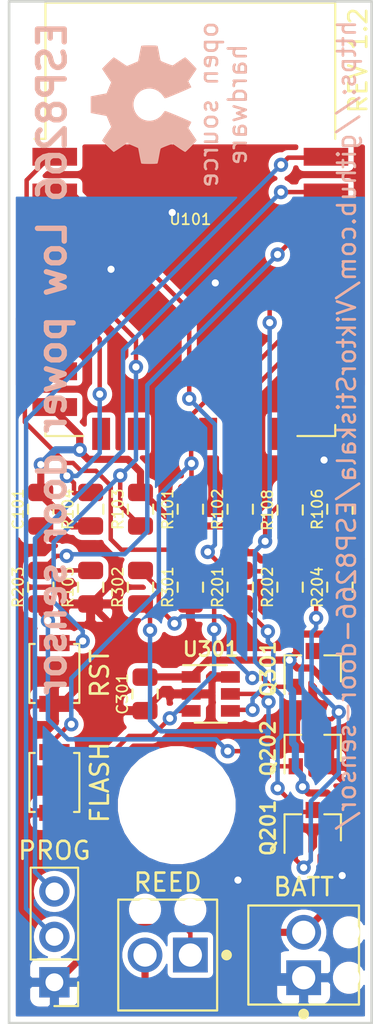
<source format=kicad_pcb>
(kicad_pcb (version 20171130) (host pcbnew "(5.1.2-1)-1")
  (title_block (title "Door sensor") (date 2019-04-28) (rev 1.2))
  (layers (0 F.Cu signal) (31 B.Cu signal) (34 B.Paste user) (35 F.Paste user) (36 B.SilkS user) (37 F.SilkS user) (38 B.Mask user) (39 F.Mask user) (44 Edge.Cuts user))
  (net 0 "")
  (net 1 +3V3)
  (net 2 GND)
  (net 3 /TX)
  (net 4 /RX)
  (net 5 "Net-(Q201-Pad1)")
  (net 6 "Net-(Q201-Pad3)")
  (net 7 "Net-(Q202-Pad1)")
  (net 8 /GP0)
  (net 9 /GP2)
  (net 10 /RST)
  (net 11 /EN)
  (net 12 /EN_BAT)
  (net 13 /MSW)
  (net 14 /ADC)
  (net 15 /GP_TIMER)
  (net 16 VLOAD)
  (net 17 "Net-(Q301-Pad1)")
  (net 18 "Net-(R106-Pad2)")
  (net 19 "Net-(R302-Pad2)")
  (module Package_TO_SOT_SMD:SOT-23 (layer F.Cu) (at 148.59 98.298 90)
    (fp_text reference Q301 (at 0 -2.5 90) (layer F.SilkS) (effects (font (size 0.8 0.8))))
    (fp_text value IRLML6402)
    (pad 1 smd rect (at -1 -0.95 90) (size 0.9 0.8) (layers F.Cu F.Paste F.Mask) (net 17 "Net-(Q301-Pad1)"))
    (pad 2 smd rect (at -1 0.95 90) (size 0.9 0.8) (layers F.Cu F.Paste F.Mask) (net 1 +3V3))
    (pad 3 smd rect (at 1 0 90) (size 0.9 0.8) (layers F.Cu F.Paste F.Mask) (net 16 VLOAD))
  )
  (module ViktorStiskala:M6_Hole (layer F.Cu) (at 140.97 105.918)
    (fp_text reference REF** hide)
    (fp_text value M6_Hole hide)
    (pad "" np_thru_hole circle (at 0 0) (size 6 6) (drill 6) (layers *.Cu *.Mask))
  )
  (module Resistor_SMD:R_0805_2012Metric (layer F.Cu) (at 150.114 89.365 90)
    (fp_text reference R106 (at 0 -1.27 90) (layer F.SilkS) (effects (font (size 0.6 0.6) (thickness 0.1))))
    (fp_text value 10K)
    (pad 2 smd roundrect (at 0.9375 0 90) (size 0.975 1.4) (layers F.Cu F.Paste F.Mask) (net 18 "Net-(R106-Pad2)"))
    (pad 1 smd roundrect (at -0.9375 0 90) (size 0.975 1.4) (layers F.Cu F.Paste F.Mask) (net 2 GND))
  )
  (module Resistor_SMD:R_0805_2012Metric (layer F.Cu) (at 144.526 89.365 90)
    (fp_text reference R102 (at 0 -1.27 90) (layer F.SilkS) (effects (font (size 0.6 0.6) (thickness 0.1))))
    (fp_text value 10K)
    (pad 2 smd roundrect (at 0.9375 0 90) (size 0.975 1.4) (layers F.Cu F.Paste F.Mask) (net 9 /GP2))
    (pad 1 smd roundrect (at -0.9375 0 90) (size 0.975 1.4) (layers F.Cu F.Paste F.Mask) (net 16 VLOAD))
  )
  (module ViktorStiskala:PH_MPT_0,5_2-2,54 (layer F.Cu) (at 148.082 114.3 90)
    (fp_text reference J102 hide)
    (fp_text value "Battery input" hide)
    (pad "" np_thru_hole circle (at 1.27 2.54 90) (size 1.2 1.2) (drill 1.2) (layers *.Cu *.Mask))
    (pad "" np_thru_hole circle (at -1.27 2.54 90) (size 1.2 1.2) (drill 1.2) (layers *.Cu *.Mask))
    (pad 2 thru_hole circle (at 1.27 0 90) (size 1.95 1.95) (drill 1.3) (layers *.Cu *.Mask) (net 1 +3V3))
    (pad 1 thru_hole rect (at -1.27 0 90) (size 1.95 1.95) (drill 1.3) (layers *.Cu *.Mask) (net 2 GND))
  )
  (module ViktorStiskala:PH_MPT_0,5_2-2,54 (layer F.Cu) (at 140.462 114.3 180)
    (fp_text reference SW103 hide)
    (fp_text value SW_Reed hide)
    (pad "" np_thru_hole circle (at 1.27 2.54 180) (size 1.2 1.2) (drill 1.2) (layers *.Cu *.Mask))
    (pad "" np_thru_hole circle (at -1.27 2.54 180) (size 1.2 1.2) (drill 1.2) (layers *.Cu *.Mask))
    (pad 2 thru_hole circle (at 1.27 0 180) (size 1.95 1.95) (drill 1.3) (layers *.Cu *.Mask) (net 1 +3V3))
    (pad 1 thru_hole rect (at -1.27 0 180) (size 1.95 1.95) (drill 1.3) (layers *.Cu *.Mask) (net 13 /MSW))
  )
  (module Connector_PinHeader_2.54mm:PinHeader_1x03_P2.54mm_Vertical (layer F.Cu) (at 134.112 115.824 180)
    (fp_text reference J101 hide)
    (fp_text value Programming)
    (pad 1 thru_hole rect (at 0 0 180) (size 1.7 1.7) (drill 1) (layers *.Cu *.Mask) (net 2 GND))
    (pad 2 thru_hole oval (at 0 2.54 180) (size 1.7 1.7) (drill 1) (layers *.Cu *.Mask) (net 3 /TX))
    (pad 3 thru_hole oval (at 0 5.08 180) (size 1.7 1.7) (drill 1) (layers *.Cu *.Mask) (net 4 /RX))
  )
  (module Package_TO_SOT_SMD:SOT-23 (layer F.Cu) (at 148.59 107.188 90)
    (fp_text reference Q201 (at 0 -2.5 90) (layer F.SilkS) (effects (font (size 0.8 0.8))))
    (fp_text value BSS83P)
    (pad 1 smd rect (at -1 -0.95 90) (size 0.9 0.8) (layers F.Cu F.Paste F.Mask) (net 5 "Net-(Q201-Pad1)"))
    (pad 2 smd rect (at -1 0.95 90) (size 0.9 0.8) (layers F.Cu F.Paste F.Mask) (net 1 +3V3))
    (pad 3 smd rect (at 1 0 90) (size 0.9 0.8) (layers F.Cu F.Paste F.Mask) (net 6 "Net-(Q201-Pad3)"))
  )
  (module Package_TO_SOT_SMD:SOT-23 (layer F.Cu) (at 148.59 102.743 90)
    (fp_text reference Q202 (at 0 -2.5 90) (layer F.SilkS) (effects (font (size 0.8 0.8))))
    (fp_text value BC817)
    (pad 3 smd rect (at 1 0 90) (size 0.9 0.8) (layers F.Cu F.Paste F.Mask) (net 5 "Net-(Q201-Pad1)"))
    (pad 2 smd rect (at -1 0.95 90) (size 0.9 0.8) (layers F.Cu F.Paste F.Mask) (net 2 GND))
    (pad 1 smd rect (at -1 -0.95 90) (size 0.9 0.8) (layers F.Cu F.Paste F.Mask) (net 7 "Net-(Q202-Pad1)"))
  )
  (module Resistor_SMD:R_0805_2012Metric (layer F.Cu) (at 141.732 89.365 90)
    (fp_text reference R101 (at 0 -1.27 90) (layer F.SilkS) (effects (font (size 0.6 0.6) (thickness 0.1))))
    (fp_text value 10K)
    (pad 1 smd roundrect (at -0.9375 0 90) (size 0.975 1.4) (layers F.Cu F.Paste F.Mask) (net 16 VLOAD))
    (pad 2 smd roundrect (at 0.9375 0 90) (size 0.975 1.4) (layers F.Cu F.Paste F.Mask) (net 8 /GP0))
  )
  (module Resistor_SMD:R_0805_2012Metric (layer F.Cu) (at 138.938 89.365 270)
    (fp_text reference R103 (at 0 1.27 270) (layer F.SilkS) (effects (font (size 0.6 0.6) (thickness 0.1))))
    (fp_text value 10K)
    (pad 1 smd roundrect (at -0.9375 0 270) (size 0.975 1.4) (layers F.Cu F.Paste F.Mask) (net 16 VLOAD))
    (pad 2 smd roundrect (at 0.9375 0 270) (size 0.975 1.4) (layers F.Cu F.Paste F.Mask) (net 10 /RST))
  )
  (module Resistor_SMD:R_0805_2012Metric (layer F.Cu) (at 136.144 89.365 90)
    (fp_text reference R104 (at 0 -1.27 90) (layer F.SilkS) (effects (font (size 0.6 0.6) (thickness 0.1))))
    (fp_text value 10K)
    (pad 2 smd roundrect (at 0.9375 0 90) (size 0.975 1.4) (layers F.Cu F.Paste F.Mask) (net 11 /EN))
    (pad 1 smd roundrect (at -0.9375 0 90) (size 0.975 1.4) (layers F.Cu F.Paste F.Mask) (net 16 VLOAD))
  )
  (module Resistor_SMD:R_0805_2012Metric (layer F.Cu) (at 136.144 93.726 90)
    (fp_text reference R105 (at 0 -1.27 90) (layer F.SilkS) (effects (font (size 0.6 0.6) (thickness 0.1))))
    (fp_text value 10K)
    (pad 1 smd roundrect (at -0.9375 0 90) (size 0.975 1.4) (layers F.Cu F.Paste F.Mask) (net 2 GND))
    (pad 2 smd roundrect (at 0.9375 0 90) (size 0.975 1.4) (layers F.Cu F.Paste F.Mask) (net 12 /EN_BAT))
  )
  (module Resistor_SMD:R_0805_2012Metric (layer F.Cu) (at 144.526 93.726 90)
    (fp_text reference R201 (at 0 -1.27 90) (layer F.SilkS) (effects (font (size 0.6 0.6) (thickness 0.1))))
    (fp_text value 15K)
    (pad 2 smd roundrect (at 0.9375 0 90) (size 0.975 1.4) (layers F.Cu F.Paste F.Mask) (net 14 /ADC))
    (pad 1 smd roundrect (at -0.9375 0 90) (size 0.975 1.4) (layers F.Cu F.Paste F.Mask) (net 6 "Net-(Q201-Pad3)"))
  )
  (module Resistor_SMD:R_0805_2012Metric (layer F.Cu) (at 147.32 93.726 270)
    (fp_text reference R202 (at 0 1.27 270) (layer F.SilkS) (effects (font (size 0.6 0.6) (thickness 0.1))))
    (fp_text value 4.3K)
    (pad 1 smd roundrect (at -0.9375 0 270) (size 0.975 1.4) (layers F.Cu F.Paste F.Mask) (net 14 /ADC))
    (pad 2 smd roundrect (at 0.9375 0 270) (size 0.975 1.4) (layers F.Cu F.Paste F.Mask) (net 2 GND))
  )
  (module Resistor_SMD:R_0805_2012Metric (layer F.Cu) (at 133.35 93.726 270)
    (fp_text reference R203 (at 0 1.27 270) (layer F.SilkS) (effects (font (size 0.6 0.6) (thickness 0.1))))
    (fp_text value 2.2K)
    (pad 2 smd roundrect (at 0.9375 0 270) (size 0.975 1.4) (layers F.Cu F.Paste F.Mask) (net 7 "Net-(Q202-Pad1)"))
    (pad 1 smd roundrect (at -0.9375 0 270) (size 0.975 1.4) (layers F.Cu F.Paste F.Mask) (net 12 /EN_BAT))
  )
  (module Resistor_SMD:R_0805_2012Metric (layer F.Cu) (at 150.114 93.726 90)
    (fp_text reference R204 (at 0 -1.27 90) (layer F.SilkS) (effects (font (size 0.6 0.6) (thickness 0.1))))
    (fp_text value 22K)
    (pad 1 smd roundrect (at -0.9375 0 90) (size 0.975 1.4) (layers F.Cu F.Paste F.Mask) (net 1 +3V3))
    (pad 2 smd roundrect (at 0.9375 0 90) (size 0.975 1.4) (layers F.Cu F.Paste F.Mask) (net 5 "Net-(Q201-Pad1)"))
  )
  (module Resistor_SMD:R_0805_2012Metric (layer F.Cu) (at 141.732 93.726 270)
    (fp_text reference R301 (at 0 1.27 270) (layer F.SilkS) (effects (font (size 0.6 0.6) (thickness 0.1))))
    (fp_text value 12K)
    (pad 2 smd roundrect (at 0.9375 0 270) (size 0.975 1.4) (layers F.Cu F.Paste F.Mask) (net 2 GND))
    (pad 1 smd roundrect (at -0.9375 0 270) (size 0.975 1.4) (layers F.Cu F.Paste F.Mask) (net 13 /MSW))
  )
  (module Button_Switch_SMD:SW_SPST_B3U-1000P (layer F.Cu) (at 134.112 104.648 90)
    (fp_text reference SW101 hide)
    (fp_text value FLASH)
    (pad 1 smd rect (at -1.7 0 90) (size 0.9 1.7) (layers F.Cu F.Paste F.Mask) (net 2 GND))
    (pad 2 smd rect (at 1.7 0 90) (size 0.9 1.7) (layers F.Cu F.Paste F.Mask) (net 8 /GP0))
  )
  (module Button_Switch_SMD:SW_SPST_B3U-1000P (layer F.Cu) (at 134.112 98.552 90)
    (fp_text reference SW102 hide)
    (fp_text value RESET)
    (pad 2 smd rect (at 1.7 0 90) (size 0.9 1.7) (layers F.Cu F.Paste F.Mask) (net 10 /RST))
    (pad 1 smd rect (at -1.7 0 90) (size 0.9 1.7) (layers F.Cu F.Paste F.Mask) (net 2 GND))
  )
  (module RF_Module:ESP-12E (layer F.Cu) (at 141.732 73.152)
    (fp_text reference U101 (at 0 0) (layer F.SilkS) (effects (font (size 0.6 0.6) (thickness 0.1))))
    (fp_text value ESP-12F)
    (pad 1 smd rect (at -7.6 -3.5) (size 2.5 1) (layers F.Cu F.Paste F.Mask) (net 10 /RST))
    (pad 2 smd rect (at -7.6 -1.5) (size 2.5 1) (layers F.Cu F.Paste F.Mask) (net 14 /ADC))
    (pad 3 smd rect (at -7.6 0.5) (size 2.5 1) (layers F.Cu F.Paste F.Mask) (net 11 /EN))
    (pad 4 smd rect (at -7.6 2.5) (size 2.5 1) (layers F.Cu F.Paste F.Mask) (net 10 /RST))
    (pad 5 smd rect (at -7.6 4.5) (size 2.5 1) (layers F.Cu F.Paste F.Mask))
    (pad 6 smd rect (at -7.6 6.5) (size 2.5 1) (layers F.Cu F.Paste F.Mask))
    (pad 7 smd rect (at -7.6 8.5) (size 2.5 1) (layers F.Cu F.Paste F.Mask) (net 13 /MSW))
    (pad 8 smd rect (at -7.6 10.5) (size 2.5 1) (layers F.Cu F.Paste F.Mask) (net 16 VLOAD))
    (pad 9 smd rect (at -5 12) (size 1 1.8) (layers F.Cu F.Paste F.Mask))
    (pad 10 smd rect (at -3 12) (size 1 1.8) (layers F.Cu F.Paste F.Mask))
    (pad 11 smd rect (at -1 12) (size 1 1.8) (layers F.Cu F.Paste F.Mask))
    (pad 12 smd rect (at 1 12) (size 1 1.8) (layers F.Cu F.Paste F.Mask))
    (pad 13 smd rect (at 3 12) (size 1 1.8) (layers F.Cu F.Paste F.Mask))
    (pad 14 smd rect (at 5 12) (size 1 1.8) (layers F.Cu F.Paste F.Mask))
    (pad 15 smd rect (at 7.6 10.5) (size 2.5 1) (layers F.Cu F.Paste F.Mask) (net 2 GND))
    (pad 16 smd rect (at 7.6 8.5) (size 2.5 1) (layers F.Cu F.Paste F.Mask) (net 18 "Net-(R106-Pad2)"))
    (pad 17 smd rect (at 7.6 6.5) (size 2.5 1) (layers F.Cu F.Paste F.Mask) (net 9 /GP2))
    (pad 18 smd rect (at 7.6 4.5) (size 2.5 1) (layers F.Cu F.Paste F.Mask) (net 8 /GP0))
    (pad 19 smd rect (at 7.6 2.5) (size 2.5 1) (layers F.Cu F.Paste F.Mask) (net 15 /GP_TIMER))
    (pad 20 smd rect (at 7.6 0.5) (size 2.5 1) (layers F.Cu F.Paste F.Mask) (net 12 /EN_BAT))
    (pad 21 smd rect (at 7.6 -1.5) (size 2.5 1) (layers F.Cu F.Paste F.Mask) (net 4 /RX))
    (pad 22 smd rect (at 7.6 -3.5) (size 2.5 1) (layers F.Cu F.Paste F.Mask) (net 3 /TX))
  )
  (module Package_TO_SOT_SMD:SOT-23-6 (layer F.Cu) (at 142.875 99.695)
    (fp_text reference U301 (at 0 -2.5) (layer F.SilkS) (effects (font (size 0.8 0.8))))
    (fp_text value TPL5110)
    (pad 1 smd rect (at -1.1 -0.95) (size 1.06 0.65) (layers F.Cu F.Paste F.Mask) (net 1 +3V3))
    (pad 2 smd rect (at -1.1 0) (size 1.06 0.65) (layers F.Cu F.Paste F.Mask) (net 2 GND))
    (pad 3 smd rect (at -1.1 0.95) (size 1.06 0.65) (layers F.Cu F.Paste F.Mask) (net 13 /MSW))
    (pad 4 smd rect (at 1.1 0.95) (size 1.06 0.65) (layers F.Cu F.Paste F.Mask) (net 15 /GP_TIMER))
    (pad 6 smd rect (at 1.1 -0.95) (size 1.06 0.65) (layers F.Cu F.Paste F.Mask) (net 2 GND))
    (pad 5 smd rect (at 1.1 0) (size 1.06 0.65) (layers F.Cu F.Paste F.Mask) (net 19 "Net-(R302-Pad2)"))
  )
  (module Capacitor_SMD:C_0805_2012Metric (layer F.Cu) (at 133.35 89.365 270)
    (fp_text reference C101 (at 0 1.27 270) (layer F.SilkS) (effects (font (size 0.6 0.6) (thickness 0.1))))
    (fp_text value 100nF)
    (pad 1 smd roundrect (at -0.9375 0 270) (size 0.975 1.4) (layers F.Cu F.Paste F.Mask) (net 16 VLOAD))
    (pad 2 smd roundrect (at 0.9375 0 270) (size 0.975 1.4) (layers F.Cu F.Paste F.Mask) (net 2 GND))
  )
  (module Symbol:OSHW-Symbol_6.7x6mm_SilkScreen (layer B.Cu) (at 139.1285 66.729249 270)
    (fp_text reference REF** hide)
    (fp_text value OSHW-Symbol_6.7x6mm_SilkScreen hide)
  )
  (module Resistor_SMD:R_0805_2012Metric (layer F.Cu) (at 147.32 89.408 270)
    (fp_text reference R108 (at 0 1.27 270) (layer F.SilkS) (effects (font (size 0.6 0.6) (thickness 0.1))))
    (fp_text value 10K)
    (pad 1 smd roundrect (at -0.9375 0 270) (size 0.975 1.4) (layers F.Cu F.Paste F.Mask) (net 15 /GP_TIMER))
    (pad 2 smd roundrect (at 0.9375 0 270) (size 0.975 1.4) (layers F.Cu F.Paste F.Mask) (net 2 GND))
  )
  (module Capacitor_SMD:C_0805_2012Metric (layer F.Cu) (at 139.192 99.695 270)
    (fp_text reference C301 (at 0 1.27 270) (layer F.SilkS) (effects (font (size 0.6 0.6) (thickness 0.1))))
    (fp_text value 0.1uF)
    (pad 1 smd roundrect (at -0.9375 0 270) (size 0.975 1.4) (layers F.Cu F.Paste F.Mask) (net 1 +3V3))
    (pad 2 smd roundrect (at 0.9375 0 270) (size 0.975 1.4) (layers F.Cu F.Paste F.Mask) (net 2 GND))
  )
  (module Resistor_SMD:R_0805_2012Metric (layer F.Cu) (at 138.938 93.726 270)
    (fp_text reference R302 (at 0 1.27 90) (layer F.SilkS) (effects (font (size 0.6 0.6) (thickness 0.1))))
    (fp_text value 10K)
    (pad 1 smd roundrect (at -0.9375 0 270) (size 0.975 1.4) (layers F.Cu F.Paste F.Mask) (net 17 "Net-(Q301-Pad1)"))
    (pad 2 smd roundrect (at 0.9375 0 270) (size 0.975 1.4) (layers F.Cu F.Paste F.Mask) (net 19 "Net-(R302-Pad2)"))
  )
  (gr_text https://github.com/ViktorStiskala/ESP8266-door-sensor/ (at 150.495 84.675 90) (layer B.SilkS) (effects (font (size 1 1)) (justify mirror)))
  (gr_text "open source\nhardware" (at 143.5735 66.7385 90) (layer B.SilkS) (effects (font (size 1 1)) (justify mirror)))
  (gr_text "ESP8266 Low power door sensor" (at 133.985 61.957143 90) (layer B.SilkS) (effects (font (size 1.5 1.5) (thickness 0.3)) (justify left mirror)))
  (gr_text "REV 1.2" (at 151.13 64.262 90) (layer F.SilkS) (effects (font (size 1 1))))
  (gr_text RST (at 136.652 98.552 90) (layer F.SilkS) (effects (font (size 1 1))))
  (gr_text FLASH (at 136.652 104.648 90) (layer F.SilkS) (effects (font (size 1 1))))
  (gr_text PROG (at 134.112 108.458) (layer F.SilkS) (effects (font (size 1 1))))
  (gr_text BATT (at 148.082 110.49) (layer F.SilkS) (effects (font (size 1 1))))
  (gr_text REED (at 140.462 110.236) (layer F.SilkS) (effects (font (size 1 1))))
  (gr_line (start 131.572 118.11) (end 131.572 60.96) (layer Edge.Cuts) (width 0.15))
  (gr_line (start 151.892 118.11) (end 131.572 118.11) (layer Edge.Cuts) (width 0.15))
  (gr_line (start 151.892 60.96) (end 151.892 118.11) (layer Edge.Cuts) (width 0.15))
  (gr_line (start 131.572 60.96) (end 151.892 60.96) (layer Edge.Cuts) (width 0.15))
  (segment (start 143.958141 115.775001) (end 146.703142 113.03) (width 0.4) (layer F.Cu) (net 1))
  (segment (start 139.192 115.678858) (end 139.288143 115.775001) (width 0.4) (layer F.Cu) (net 1))
  (segment (start 139.288143 115.775001) (end 143.958141 115.775001) (width 0.4) (layer F.Cu) (net 1))
  (segment (start 139.192 114.3) (end 139.192 115.678858) (width 0.4) (layer F.Cu) (net 1))
  (segment (start 146.703142 113.03) (end 148.082 113.03) (width 0.4) (layer F.Cu) (net 1))
  (segment (start 149.056999 112.055001) (end 149.056999 108.753001) (width 0.4) (layer F.Cu) (net 1))
  (segment (start 148.082 113.03) (end 149.056999 112.055001) (width 0.4) (layer F.Cu) (net 1))
  (segment (start 149.056999 108.753001) (end 149.606 108.204) (width 0.4) (layer F.Cu) (net 1))
  (segment (start 141.775 98.745) (end 139.253 98.745) (width 0.4) (layer F.Cu) (net 1))
  (segment (start 139.253 98.745) (end 139.446 98.552) (width 0.4) (layer F.Cu) (net 1))
  (segment (start 142.735488 97.802512) (end 141.732 98.806) (width 0.4) (layer F.Cu) (net 1))
  (segment (start 147.285488 97.802512) (end 142.735488 97.802512) (width 0.4) (layer F.Cu) (net 1))
  (segment (start 149.54 108.188) (end 149.54 108.138) (width 0.4) (layer F.Cu) (net 1))
  (via (at 147.285488 97.802512) (size 0.8) (drill 0.4) (layers F.Cu B.Cu) (net 1))
  (segment (start 147.685487 98.202511) (end 147.285488 97.802512) (width 0.4) (layer F.Cu) (net 1))
  (segment (start 147.730977 98.248001) (end 147.685487 98.202511) (width 0.4) (layer F.Cu) (net 1))
  (segment (start 149.54 99.248) (end 148.540001 98.248001) (width 0.4) (layer F.Cu) (net 1))
  (segment (start 148.540001 98.248001) (end 147.730977 98.248001) (width 0.4) (layer F.Cu) (net 1))
  (segment (start 149.54 99.298) (end 149.54 99.248) (width 0.4) (layer F.Cu) (net 1))
  (segment (start 147.789999 96.347999) (end 147.689999 96.447999) (width 0.4) (layer F.Cu) (net 1))
  (segment (start 150.114 94.6635) (end 150.114 95.584038) (width 0.4) (layer F.Cu) (net 1))
  (segment (start 150.114 95.584038) (end 149.350039 96.347999) (width 0.4) (layer F.Cu) (net 1))
  (segment (start 149.350039 96.347999) (end 147.789999 96.347999) (width 0.4) (layer F.Cu) (net 1))
  (segment (start 147.689999 97.398001) (end 147.685487 97.402513) (width 0.4) (layer F.Cu) (net 1))
  (segment (start 147.689999 96.447999) (end 147.689999 97.398001) (width 0.4) (layer F.Cu) (net 1))
  (segment (start 147.685487 97.402513) (end 147.285488 97.802512) (width 0.4) (layer F.Cu) (net 1))
  (segment (start 147.463511 99.532612) (end 147.463511 102.440969) (width 0.4) (layer B.Cu) (net 1))
  (segment (start 147.285488 99.354589) (end 147.463511 99.532612) (width 0.4) (layer B.Cu) (net 1))
  (segment (start 147.463511 102.440969) (end 147.615541 102.593) (width 0.4) (layer B.Cu) (net 1))
  (segment (start 147.285488 97.802512) (end 147.285488 99.354589) (width 0.4) (layer B.Cu) (net 1))
  (via (at 148.0185 104.893002) (size 0.8) (drill 0.4) (layers F.Cu B.Cu) (net 1))
  (segment (start 148.363497 105.237999) (end 148.0185 104.893002) (width 0.4) (layer F.Cu) (net 1))
  (segment (start 149.54 105.387998) (end 149.390001 105.237999) (width 0.4) (layer F.Cu) (net 1))
  (segment (start 149.54 108.188) (end 149.54 105.387998) (width 0.4) (layer F.Cu) (net 1))
  (segment (start 149.390001 105.237999) (end 148.363497 105.237999) (width 0.4) (layer F.Cu) (net 1))
  (segment (start 147.615541 103.924358) (end 147.615541 102.593) (width 0.4) (layer B.Cu) (net 1))
  (segment (start 148.0185 104.327317) (end 147.615541 103.924358) (width 0.4) (layer B.Cu) (net 1))
  (segment (start 148.0185 104.893002) (end 148.0185 104.327317) (width 0.4) (layer B.Cu) (net 1))
  (segment (start 134.112 115.824) (end 147.828 115.824) (width 0.4) (layer B.Cu) (net 2))
  (segment (start 147.828 115.824) (end 148.082 115.57) (width 0.4) (layer B.Cu) (net 2))
  (segment (start 142.944999 98.969999) (end 143.108998 98.806) (width 0.4) (layer F.Cu) (net 2))
  (segment (start 142.944999 99.625001) (end 142.944999 98.969999) (width 0.4) (layer F.Cu) (net 2))
  (segment (start 142.875 99.695) (end 142.944999 99.625001) (width 0.4) (layer F.Cu) (net 2))
  (segment (start 141.732 99.695) (end 142.875 99.695) (width 0.4) (layer F.Cu) (net 2))
  (segment (start 143.108998 98.806) (end 144.018 98.806) (width 0.4) (layer F.Cu) (net 2))
  (segment (start 135.462001 108.548001) (end 135.462001 114.600999) (width 0.4) (layer F.Cu) (net 2))
  (segment (start 134.112 107.198) (end 135.462001 108.548001) (width 0.4) (layer F.Cu) (net 2))
  (segment (start 134.112 106.348) (end 134.112 107.198) (width 0.4) (layer F.Cu) (net 2))
  (segment (start 135.462001 114.600999) (end 134.112 115.951) (width 0.4) (layer F.Cu) (net 2))
  (via (at 150.241 109.855) (size 0.8) (drill 0.4) (layers F.Cu B.Cu) (net 2))
  (segment (start 149.073998 109.855) (end 146.606999 112.321999) (width 0.4) (layer B.Cu) (net 2))
  (segment (start 150.241 109.855) (end 149.073998 109.855) (width 0.4) (layer B.Cu) (net 2))
  (segment (start 147.701 115.316) (end 147.955 115.57) (width 0.4) (layer B.Cu) (net 2))
  (segment (start 149.225 86.614) (end 149.225 83.82) (width 0.4) (layer F.Cu) (net 2))
  (segment (start 135.362 99.402) (end 135.362 99.002) (width 0.4) (layer F.Cu) (net 2))
  (segment (start 134.112 100.252) (end 134.512 100.252) (width 0.4) (layer F.Cu) (net 2))
  (segment (start 134.512 100.252) (end 135.362 99.402) (width 0.4) (layer F.Cu) (net 2))
  (segment (start 135.993521 100.998801) (end 135.32472 100.33) (width 0.4) (layer F.Cu) (net 2))
  (segment (start 135.993521 104.544479) (end 135.993521 100.998801) (width 0.4) (layer F.Cu) (net 2))
  (segment (start 135.32472 100.33) (end 134.1755 100.33) (width 0.4) (layer F.Cu) (net 2))
  (segment (start 134.112 106.426) (end 135.993521 104.544479) (width 0.4) (layer F.Cu) (net 2))
  (via (at 149.225 86.614) (size 0.8) (drill 0.4) (layers F.Cu B.Cu) (net 2))
  (segment (start 133.973999 91.047999) (end 133.35 90.424) (width 0.4) (layer F.Cu) (net 2))
  (segment (start 135.137661 91.047999) (end 133.973999 91.047999) (width 0.4) (layer F.Cu) (net 2))
  (segment (start 140.790501 97.102501) (end 146.454443 97.102501) (width 0.4) (layer F.Cu) (net 2))
  (segment (start 146.454443 97.102501) (end 146.989988 96.566956) (width 0.4) (layer F.Cu) (net 2))
  (segment (start 146.989988 96.566956) (end 146.989988 95.199012) (width 0.4) (layer F.Cu) (net 2))
  (segment (start 146.989988 95.199012) (end 147.32 94.869) (width 0.4) (layer F.Cu) (net 2))
  (segment (start 148.082 115.57) (end 148.082 115.5065) (width 0.4) (layer B.Cu) (net 2))
  (segment (start 146.606999 115.469999) (end 146.606999 112.321999) (width 0.4) (layer B.Cu) (net 2))
  (segment (start 146.707 115.57) (end 146.606999 115.469999) (width 0.4) (layer B.Cu) (net 2))
  (segment (start 148.082 115.57) (end 146.707 115.57) (width 0.4) (layer B.Cu) (net 2))
  (segment (start 137.34401 92.236672) (end 137.34401 93.47849) (width 0.4) (layer F.Cu) (net 2))
  (segment (start 136.397348 91.29001) (end 137.34401 92.236672) (width 0.4) (layer F.Cu) (net 2))
  (segment (start 135.379672 91.29001) (end 136.397348 91.29001) (width 0.4) (layer F.Cu) (net 2))
  (segment (start 135.137661 91.047999) (end 135.379672 91.29001) (width 0.4) (layer F.Cu) (net 2))
  (segment (start 137.34401 93.47849) (end 136.144 94.6785) (width 0.4) (layer F.Cu) (net 2))
  (segment (start 141.743002 94.753002) (end 141.732 94.742) (width 0.4) (layer F.Cu) (net 2))
  (segment (start 141.743002 96.190002) (end 141.743002 94.753002) (width 0.4) (layer F.Cu) (net 2))
  (segment (start 141.703 96.190002) (end 140.790501 97.102501) (width 0.4) (layer F.Cu) (net 2))
  (segment (start 141.743002 96.190002) (end 141.703 96.190002) (width 0.4) (layer F.Cu) (net 2))
  (segment (start 137.330525 97.033475) (end 137.330525 95.865025) (width 0.4) (layer F.Cu) (net 2))
  (segment (start 135.362 99.002) (end 137.330525 97.033475) (width 0.4) (layer F.Cu) (net 2))
  (segment (start 137.330525 95.865025) (end 136.144 94.6785) (width 0.4) (layer F.Cu) (net 2))
  (segment (start 136.144 94.6785) (end 136.0805 94.6785) (width 0.4) (layer F.Cu) (net 2))
  (segment (start 140.721475 97.033475) (end 140.790501 97.102501) (width 0.4) (layer F.Cu) (net 2))
  (segment (start 137.330525 97.033475) (end 140.721475 97.033475) (width 0.4) (layer F.Cu) (net 2))
  (segment (start 144.425157 101.470001) (end 143.044999 101.470001) (width 0.4) (layer F.Cu) (net 2))
  (segment (start 149.54 103.743) (end 149.54 103.693) (width 0.4) (layer F.Cu) (net 2))
  (segment (start 149.54 103.693) (end 148.540001 102.693001) (width 0.4) (layer F.Cu) (net 2))
  (segment (start 142.944999 101.370001) (end 142.944999 99.764999) (width 0.4) (layer F.Cu) (net 2))
  (segment (start 142.944999 99.764999) (end 142.875 99.695) (width 0.4) (layer F.Cu) (net 2))
  (segment (start 145.648157 102.693001) (end 144.425157 101.470001) (width 0.4) (layer F.Cu) (net 2))
  (segment (start 143.044999 101.470001) (end 142.944999 101.370001) (width 0.4) (layer F.Cu) (net 2))
  (segment (start 148.540001 102.693001) (end 145.648157 102.693001) (width 0.4) (layer F.Cu) (net 2))
  (segment (start 149.624999 87.013999) (end 149.225 86.614) (width 0.4) (layer B.Cu) (net 2))
  (segment (start 151.117 107.811998) (end 151.117 88.506) (width 0.4) (layer B.Cu) (net 2))
  (segment (start 146.606999 112.321999) (end 151.117 107.811998) (width 0.4) (layer B.Cu) (net 2))
  (segment (start 151.117 88.506) (end 149.624999 87.013999) (width 0.4) (layer B.Cu) (net 2))
  (segment (start 149.54 103.743) (end 149.54 103.793) (width 0.4) (layer F.Cu) (net 2))
  (segment (start 150.640999 109.455001) (end 150.241 109.855) (width 0.4) (layer F.Cu) (net 2))
  (segment (start 149.54 103.793) (end 150.640999 104.893999) (width 0.4) (layer F.Cu) (net 2))
  (segment (start 150.640999 104.893999) (end 150.640999 109.455001) (width 0.4) (layer F.Cu) (net 2))
  (segment (start 140.081 99.695) (end 139.192 100.584) (width 0.4) (layer F.Cu) (net 2))
  (segment (start 141.775 99.695) (end 140.081 99.695) (width 0.4) (layer F.Cu) (net 2))
  (segment (start 150.114 90.3025) (end 147.3255 90.3025) (width 0.4) (layer F.Cu) (net 2))
  (segment (start 147.3255 90.3025) (end 147.32 90.297) (width 0.4) (layer F.Cu) (net 2))
  (via (at 140.716 72.771) (size 0.8) (drill 0.4) (layers F.Cu B.Cu) (net 2))
  (via (at 137.287 75.946) (size 0.8) (drill 0.4) (layers F.Cu B.Cu) (net 2))
  (via (at 143.129 76.708) (size 0.8) (drill 0.4) (layers F.Cu B.Cu) (net 2))
  (via (at 144.399 110.109) (size 0.8) (drill 0.4) (layers F.Cu B.Cu) (net 2))
  (via (at 146.812 70.104) (size 0.8) (drill 0.4) (layers F.Cu B.Cu) (net 3))
  (segment (start 147.211999 69.704001) (end 149.206001 69.704001) (width 0.25) (layer F.Cu) (net 3))
  (segment (start 146.812 70.104) (end 147.211999 69.704001) (width 0.25) (layer F.Cu) (net 3))
  (segment (start 149.206001 69.704001) (end 149.352 69.85) (width 0.25) (layer F.Cu) (net 3))
  (segment (start 146.812 70.104) (end 132.524999 84.391001) (width 0.25) (layer B.Cu) (net 3))
  (segment (start 132.524999 111.696999) (end 133.262001 112.434001) (width 0.25) (layer B.Cu) (net 3))
  (segment (start 133.262001 112.434001) (end 134.112 113.284) (width 0.25) (layer B.Cu) (net 3))
  (segment (start 132.524999 84.391001) (end 132.524999 111.696999) (width 0.25) (layer B.Cu) (net 3))
  (via (at 146.812 71.628) (size 0.8) (drill 0.4) (layers F.Cu B.Cu) (net 4))
  (segment (start 146.812 71.628) (end 149.098 71.628) (width 0.25) (layer F.Cu) (net 4))
  (segment (start 134.112 110.744) (end 133.023849 109.655849) (width 0.25) (layer B.Cu) (net 4))
  (segment (start 133.023849 91.005561) (end 137.958998 86.070412) (width 0.25) (layer B.Cu) (net 4))
  (segment (start 137.958998 86.070412) (end 137.958998 80.481002) (width 0.25) (layer B.Cu) (net 4))
  (segment (start 137.958998 80.481002) (end 146.412001 72.027999) (width 0.25) (layer B.Cu) (net 4))
  (segment (start 133.023849 109.655849) (end 133.023849 91.005561) (width 0.25) (layer B.Cu) (net 4))
  (segment (start 146.412001 72.027999) (end 146.812 71.628) (width 0.25) (layer B.Cu) (net 4))
  (via (at 150.0505 100.711) (size 0.8) (drill 0.4) (layers F.Cu B.Cu) (net 5))
  (segment (start 148.5265 99.187) (end 150.0505 100.711) (width 0.25) (layer B.Cu) (net 5))
  (segment (start 149.650501 101.110999) (end 149.206001 101.110999) (width 0.25) (layer F.Cu) (net 5))
  (segment (start 150.0505 100.711) (end 149.650501 101.110999) (width 0.25) (layer F.Cu) (net 5))
  (segment (start 149.206001 101.110999) (end 148.59 101.727) (width 0.25) (layer F.Cu) (net 5))
  (via (at 148.7805 95.447987) (size 0.8) (drill 0.4) (layers F.Cu B.Cu) (net 5))
  (segment (start 148.7805 94.122) (end 148.7805 95.447987) (width 0.25) (layer F.Cu) (net 5))
  (segment (start 150.114 92.7885) (end 148.7805 94.122) (width 0.25) (layer F.Cu) (net 5))
  (segment (start 148.5265 96.267672) (end 148.5265 99.187) (width 0.25) (layer B.Cu) (net 5))
  (segment (start 148.7805 96.013672) (end 148.5265 96.267672) (width 0.25) (layer B.Cu) (net 5))
  (segment (start 148.7805 95.447987) (end 148.7805 96.013672) (width 0.25) (layer B.Cu) (net 5))
  (segment (start 150.0505 100.711) (end 150.0505 104.134185) (width 0.25) (layer B.Cu) (net 5))
  (segment (start 147.64 108.9685) (end 148.082 109.4105) (width 0.25) (layer F.Cu) (net 5))
  (via (at 148.082 109.4105) (size 0.8) (drill 0.4) (layers F.Cu B.Cu) (net 5))
  (segment (start 147.64 108.188) (end 147.64 108.9685) (width 0.25) (layer F.Cu) (net 5))
  (segment (start 148.481999 105.702686) (end 150.0505 104.134185) (width 0.25) (layer B.Cu) (net 5))
  (segment (start 148.481999 109.010501) (end 148.481999 105.702686) (width 0.25) (layer B.Cu) (net 5))
  (segment (start 148.082 109.4105) (end 148.481999 109.010501) (width 0.25) (layer B.Cu) (net 5))
  (segment (start 144.526 94.742) (end 144.61601 94.742) (width 0.25) (layer F.Cu) (net 6))
  (segment (start 145.676511 95.802501) (end 146.07651 96.2025) (width 0.25) (layer F.Cu) (net 6))
  (via (at 146.07651 96.2025) (size 0.8) (drill 0.4) (layers F.Cu B.Cu) (net 6))
  (segment (start 144.61601 94.742) (end 145.676511 95.802501) (width 0.25) (layer F.Cu) (net 6))
  (segment (start 146.380014 99.333012) (end 146.380014 97.071689) (width 0.25) (layer B.Cu) (net 6))
  (segment (start 146.838501 102.049536) (end 146.838501 99.791499) (width 0.25) (layer B.Cu) (net 6))
  (segment (start 146.380014 97.071689) (end 146.07651 96.768185) (width 0.25) (layer B.Cu) (net 6))
  (segment (start 146.838501 99.791499) (end 146.380014 99.333012) (width 0.25) (layer B.Cu) (net 6))
  (segment (start 146.07651 96.768185) (end 146.07651 96.2025) (width 0.25) (layer B.Cu) (net 6))
  (via (at 146.6215 104.9655) (size 0.8) (drill 0.4) (layers F.Cu B.Cu) (net 6))
  (segment (start 146.6215 102.266537) (end 146.838501 102.049536) (width 0.25) (layer B.Cu) (net 6))
  (segment (start 146.6215 104.9655) (end 146.6215 102.266537) (width 0.25) (layer B.Cu) (net 6))
  (segment (start 146.6215 104.9655) (end 147.955 106.299) (width 0.25) (layer F.Cu) (net 6))
  (segment (start 147.955 106.299) (end 148.463 106.299) (width 0.25) (layer F.Cu) (net 6))
  (segment (start 148.463 106.299) (end 148.5265 106.2355) (width 0.25) (layer F.Cu) (net 6))
  (via (at 133.74885 95.594714) (size 0.8) (drill 0.4) (layers F.Cu B.Cu) (net 7))
  (segment (start 133.35 94.6785) (end 133.348851 94.679649) (width 0.25) (layer F.Cu) (net 7))
  (segment (start 133.348851 95.194715) (end 133.74885 95.594714) (width 0.25) (layer F.Cu) (net 7))
  (segment (start 133.348851 94.679649) (end 133.348851 95.194715) (width 0.25) (layer F.Cu) (net 7))
  (segment (start 145.814258 103.743) (end 144.967768 102.89651) (width 0.25) (layer F.Cu) (net 7))
  (segment (start 144.393185 102.89651) (end 143.8275 102.89651) (width 0.25) (layer F.Cu) (net 7))
  (via (at 143.8275 102.89651) (size 0.8) (drill 0.4) (layers F.Cu B.Cu) (net 7))
  (segment (start 144.967768 102.89651) (end 144.393185 102.89651) (width 0.25) (layer F.Cu) (net 7))
  (segment (start 147.64 103.743) (end 145.814258 103.743) (width 0.25) (layer F.Cu) (net 7))
  (segment (start 143.16599 102.235) (end 143.8275 102.89651) (width 0.25) (layer B.Cu) (net 7))
  (segment (start 133.74885 101.10985) (end 134.874 102.235) (width 0.25) (layer B.Cu) (net 7))
  (segment (start 134.874 102.235) (end 143.16599 102.235) (width 0.25) (layer B.Cu) (net 7))
  (segment (start 133.74885 95.594714) (end 133.74885 101.10985) (width 0.25) (layer B.Cu) (net 7))
  (segment (start 134.112 102.948) (end 134.512 102.948) (width 0.25) (layer F.Cu) (net 8))
  (segment (start 141.197015 88.4555) (end 141.605 88.4555) (width 0.25) (layer F.Cu) (net 8))
  (segment (start 141.605 88.4555) (end 141.732 88.4555) (width 0.25) (layer F.Cu) (net 8))
  (segment (start 134.112 102.248) (end 134.964811 101.395189) (width 0.25) (layer F.Cu) (net 8))
  (via (at 135.059497 101.395189) (size 0.8) (drill 0.4) (layers F.Cu B.Cu) (net 8))
  (segment (start 134.964811 101.395189) (end 135.059497 101.395189) (width 0.25) (layer F.Cu) (net 8))
  (segment (start 134.112 102.948) (end 134.112 102.248) (width 0.25) (layer F.Cu) (net 8))
  (segment (start 141.776501 84.122497) (end 142.807001 83.091997) (width 0.25) (layer F.Cu) (net 8))
  (segment (start 142.807001 83.091997) (end 143.557001 83.091997) (width 0.25) (layer F.Cu) (net 8))
  (segment (start 143.557001 83.091997) (end 148.924998 77.724) (width 0.25) (layer F.Cu) (net 8))
  (segment (start 148.924998 77.724) (end 149.225 77.724) (width 0.25) (layer F.Cu) (net 8))
  (via (at 141.7955 86.8045) (size 0.8) (drill 0.4) (layers F.Cu B.Cu) (net 8))
  (segment (start 141.776501 86.785501) (end 141.7955 86.8045) (width 0.25) (layer F.Cu) (net 8))
  (segment (start 141.776501 84.122497) (end 141.776501 86.785501) (width 0.25) (layer F.Cu) (net 8))
  (segment (start 135.059497 100.829504) (end 135.059497 101.395189) (width 0.25) (layer B.Cu) (net 8))
  (segment (start 135.059497 98.817499) (end 135.059497 100.829504) (width 0.25) (layer B.Cu) (net 8))
  (segment (start 139.966431 88.633569) (end 139.966431 93.910565) (width 0.25) (layer B.Cu) (net 8))
  (segment (start 139.966431 93.910565) (end 135.059497 98.817499) (width 0.25) (layer B.Cu) (net 8))
  (segment (start 141.7955 86.8045) (end 139.966431 88.633569) (width 0.25) (layer B.Cu) (net 8))
  (segment (start 141.7955 86.8045) (end 141.7955 88.4555) (width 0.25) (layer F.Cu) (net 8))
  (segment (start 141.7955 88.4555) (end 141.732 88.519) (width 0.25) (layer F.Cu) (net 8))
  (segment (start 148.892998 79.756) (end 149.352 79.756) (width 0.25) (layer F.Cu) (net 9))
  (segment (start 144.526 88.4275) (end 144.526 87.84) (width 0.25) (layer F.Cu) (net 9))
  (segment (start 144.526 87.84) (end 143.764 87.078) (width 0.25) (layer F.Cu) (net 9))
  (segment (start 143.764 84.134998) (end 148.206498 79.6925) (width 0.25) (layer F.Cu) (net 9))
  (segment (start 143.764 87.078) (end 143.764 84.134998) (width 0.25) (layer F.Cu) (net 9))
  (segment (start 148.206498 79.6925) (end 149.0345 79.6925) (width 0.25) (layer F.Cu) (net 9))
  (via (at 138.684 81.407) (size 0.8) (drill 0.4) (layers F.Cu B.Cu) (net 10))
  (segment (start 138.684 79.868998) (end 138.684 80.841315) (width 0.25) (layer F.Cu) (net 10))
  (segment (start 134.507002 75.692) (end 138.684 79.868998) (width 0.25) (layer F.Cu) (net 10))
  (segment (start 133.200587 75.692) (end 134.507002 75.692) (width 0.25) (layer F.Cu) (net 10))
  (segment (start 134.132 69.652) (end 133.382 69.652) (width 0.25) (layer F.Cu) (net 10))
  (segment (start 138.684 80.841315) (end 138.684 81.407) (width 0.25) (layer F.Cu) (net 10))
  (segment (start 132.556999 72.412001) (end 132.556999 70.960501) (width 0.25) (layer F.Cu) (net 10))
  (segment (start 135.292003 72.477001) (end 132.621999 72.477001) (width 0.25) (layer F.Cu) (net 10))
  (segment (start 135.707001 74.412001) (end 135.707001 72.891999) (width 0.25) (layer F.Cu) (net 10))
  (segment (start 135.707001 72.891999) (end 135.292003 72.477001) (width 0.25) (layer F.Cu) (net 10))
  (segment (start 134.467002 75.652) (end 135.707001 74.412001) (width 0.25) (layer F.Cu) (net 10))
  (segment (start 134.132 75.652) (end 134.467002 75.652) (width 0.25) (layer F.Cu) (net 10))
  (segment (start 132.621999 72.477001) (end 132.556999 72.412001) (width 0.25) (layer F.Cu) (net 10))
  (segment (start 132.556999 70.960501) (end 133.7945 69.723) (width 0.25) (layer F.Cu) (net 10))
  (segment (start 138.200697 87.078905) (end 137.800698 87.478904) (width 0.25) (layer B.Cu) (net 10))
  (via (at 137.800698 87.478904) (size 0.8) (drill 0.4) (layers F.Cu B.Cu) (net 10))
  (segment (start 138.684 81.407) (end 138.684 86.595602) (width 0.25) (layer B.Cu) (net 10))
  (segment (start 137.800698 89.165198) (end 137.800698 88.044589) (width 0.25) (layer F.Cu) (net 10))
  (segment (start 138.938 90.3025) (end 137.800698 89.165198) (width 0.25) (layer F.Cu) (net 10))
  (segment (start 138.684 86.595602) (end 138.200697 87.078905) (width 0.25) (layer B.Cu) (net 10))
  (segment (start 137.800698 88.044589) (end 137.800698 87.478904) (width 0.25) (layer F.Cu) (net 10))
  (segment (start 135.588245 96.852) (end 135.700974 96.739271) (width 0.25) (layer F.Cu) (net 10))
  (segment (start 135.700974 96.173586) (end 135.700974 96.739271) (width 0.25) (layer B.Cu) (net 10))
  (segment (start 134.112 96.852) (end 135.588245 96.852) (width 0.25) (layer F.Cu) (net 10))
  (segment (start 134.071542 91.20806) (end 134.071542 94.544154) (width 0.25) (layer B.Cu) (net 10))
  (segment (start 137.800698 87.478904) (end 134.071542 91.20806) (width 0.25) (layer B.Cu) (net 10))
  (segment (start 134.071542 94.544154) (end 135.700974 96.173586) (width 0.25) (layer B.Cu) (net 10))
  (via (at 135.700974 96.739271) (size 0.8) (drill 0.4) (layers F.Cu B.Cu) (net 10))
  (via (at 136.652 82.931) (size 0.8) (drill 0.4) (layers F.Cu B.Cu) (net 11))
  (segment (start 135.642001 78.826999) (end 136.652 79.836998) (width 0.25) (layer F.Cu) (net 11))
  (segment (start 136.652 79.836998) (end 136.652 82.931) (width 0.25) (layer F.Cu) (net 11))
  (segment (start 132.556999 78.412001) (end 132.971997 78.826999) (width 0.25) (layer F.Cu) (net 11))
  (segment (start 132.556999 74.477001) (end 132.556999 78.412001) (width 0.25) (layer F.Cu) (net 11))
  (segment (start 132.971997 78.826999) (end 135.642001 78.826999) (width 0.25) (layer F.Cu) (net 11))
  (segment (start 133.382 73.652) (end 132.556999 74.477001) (width 0.25) (layer F.Cu) (net 11))
  (segment (start 134.132 73.652) (end 133.382 73.652) (width 0.25) (layer F.Cu) (net 11))
  (segment (start 135.210499 88.474499) (end 135.998001 88.474499) (width 0.25) (layer F.Cu) (net 11))
  (segment (start 135.998001 88.474499) (end 136.017 88.4555) (width 0.25) (layer F.Cu) (net 11))
  (via (at 134.8105 87.503) (size 0.8) (drill 0.4) (layers F.Cu B.Cu) (net 11))
  (segment (start 135.210499 88.474499) (end 135.210499 87.902999) (width 0.25) (layer F.Cu) (net 11))
  (segment (start 135.210499 87.902999) (end 134.8105 87.503) (width 0.25) (layer F.Cu) (net 11))
  (segment (start 136.652 86.227185) (end 136.652 82.931) (width 0.25) (layer B.Cu) (net 11))
  (segment (start 135.376185 87.503) (end 136.652 86.227185) (width 0.25) (layer B.Cu) (net 11))
  (segment (start 134.8105 87.503) (end 135.376185 87.503) (width 0.25) (layer B.Cu) (net 11))
  (segment (start 136.144 92.7885) (end 133.3985 92.7885) (width 0.25) (layer F.Cu) (net 12))
  (segment (start 133.3985 92.7885) (end 133.35 92.837) (width 0.25) (layer F.Cu) (net 12))
  (segment (start 149.332 73.652) (end 148.582 73.652) (width 0.25) (layer F.Cu) (net 12))
  (segment (start 134.796544 91.975561) (end 134.230859 91.975561) (width 0.25) (layer F.Cu) (net 12))
  (segment (start 134.230859 91.975561) (end 133.43292 92.7735) (width 0.25) (layer F.Cu) (net 12))
  (segment (start 133.43292 92.7735) (end 133.4135 92.7735) (width 0.25) (layer F.Cu) (net 12))
  (via (at 134.796544 91.975561) (size 0.8) (drill 0.4) (layers F.Cu B.Cu) (net 12))
  (segment (start 139.319 90.6145) (end 139.319 83.7565) (width 0.25) (layer B.Cu) (net 12))
  (segment (start 138.049 91.8845) (end 139.319 90.6145) (width 0.25) (layer B.Cu) (net 12))
  (segment (start 134.887605 91.8845) (end 138.049 91.8845) (width 0.25) (layer B.Cu) (net 12))
  (segment (start 134.796544 91.975561) (end 134.887605 91.8845) (width 0.25) (layer B.Cu) (net 12))
  (segment (start 148.988998 73.66) (end 149.225 73.66) (width 0.25) (layer F.Cu) (net 12))
  (via (at 146.6215 75.1205) (size 0.8) (drill 0.4) (layers F.Cu B.Cu) (net 12))
  (segment (start 139.319 82.423) (end 146.6215 75.1205) (width 0.25) (layer B.Cu) (net 12))
  (segment (start 139.319 83.7565) (end 139.319 82.423) (width 0.25) (layer B.Cu) (net 12))
  (segment (start 146.6215 75.1205) (end 148.0185 73.7235) (width 0.25) (layer F.Cu) (net 12))
  (segment (start 148.0185 73.7235) (end 149.225 73.7235) (width 0.25) (layer F.Cu) (net 12))
  (segment (start 141.9225 92.9005) (end 141.859 92.9005) (width 0.25) (layer F.Cu) (net 13))
  (segment (start 141.732 92.7885) (end 143.066289 94.122789) (width 0.25) (layer F.Cu) (net 13))
  (via (at 143.066289 96.083011) (size 0.8) (drill 0.4) (layers F.Cu B.Cu) (net 13))
  (segment (start 143.066289 95.517326) (end 143.066289 96.083011) (width 0.25) (layer F.Cu) (net 13))
  (segment (start 143.066289 94.122789) (end 143.066289 95.517326) (width 0.25) (layer F.Cu) (net 13))
  (segment (start 136.439348 87.218498) (end 135.599002 87.218498) (width 0.25) (layer F.Cu) (net 13))
  (segment (start 141.732 92.7735) (end 140.589 91.6305) (width 0.25) (layer F.Cu) (net 13))
  (segment (start 140.589 91.6305) (end 137.8585 91.6305) (width 0.25) (layer F.Cu) (net 13))
  (segment (start 137.8585 91.6305) (end 137.26901 91.04101) (width 0.25) (layer F.Cu) (net 13))
  (segment (start 137.26901 91.04101) (end 137.26901 88.04816) (width 0.25) (layer F.Cu) (net 13))
  (segment (start 132.456999 82.811999) (end 133.607998 81.661) (width 0.25) (layer F.Cu) (net 13))
  (segment (start 135.599002 87.218498) (end 135.158502 86.777998) (width 0.25) (layer F.Cu) (net 13))
  (segment (start 134.742996 86.777998) (end 132.456999 84.492001) (width 0.25) (layer F.Cu) (net 13))
  (segment (start 137.26901 88.04816) (end 136.439348 87.218498) (width 0.25) (layer F.Cu) (net 13))
  (segment (start 133.607998 81.661) (end 134.112 81.661) (width 0.25) (layer F.Cu) (net 13))
  (segment (start 132.456999 84.492001) (end 132.456999 82.811999) (width 0.25) (layer F.Cu) (net 13))
  (segment (start 135.158502 86.777998) (end 134.742996 86.777998) (width 0.25) (layer F.Cu) (net 13))
  (via (at 140.579792 101.059979) (size 0.8) (drill 0.4) (layers F.Cu B.Cu) (net 13))
  (segment (start 140.979791 100.65998) (end 140.579792 101.059979) (width 0.25) (layer B.Cu) (net 13))
  (segment (start 140.979791 100.65998) (end 140.579792 101.059979) (width 0.25) (layer F.Cu) (net 13))
  (segment (start 141.775 100.645) (end 140.994771 100.645) (width 0.25) (layer F.Cu) (net 13))
  (segment (start 140.994771 100.645) (end 140.979791 100.65998) (width 0.25) (layer F.Cu) (net 13))
  (segment (start 143.066289 96.083011) (end 143.066289 98.573482) (width 0.25) (layer B.Cu) (net 13))
  (segment (start 143.066289 98.573482) (end 140.979791 100.65998) (width 0.25) (layer B.Cu) (net 13))
  (segment (start 139.595271 102.0445) (end 140.579792 101.059979) (width 0.25) (layer F.Cu) (net 13))
  (segment (start 138.303 102.0445) (end 139.595271 102.0445) (width 0.25) (layer F.Cu) (net 13))
  (segment (start 136.7155 110.9345) (end 136.7155 103.632) (width 0.25) (layer F.Cu) (net 13))
  (segment (start 138.466001 112.685001) (end 136.7155 110.9345) (width 0.25) (layer F.Cu) (net 13))
  (segment (start 141.342001 112.685001) (end 138.466001 112.685001) (width 0.25) (layer F.Cu) (net 13))
  (segment (start 136.7155 103.632) (end 138.303 102.0445) (width 0.25) (layer F.Cu) (net 13))
  (segment (start 141.732 113.075) (end 141.342001 112.685001) (width 0.25) (layer F.Cu) (net 13))
  (segment (start 141.732 114.3) (end 141.732 113.075) (width 0.25) (layer F.Cu) (net 13))
  (segment (start 144.5745 92.7885) (end 144.526 92.837) (width 0.25) (layer F.Cu) (net 14))
  (via (at 141.6685 83.185) (size 0.8) (drill 0.4) (layers F.Cu B.Cu) (net 14))
  (segment (start 141.6685 83.185) (end 141.6685 78.217087) (width 0.25) (layer F.Cu) (net 14))
  (segment (start 141.6685 78.217087) (end 135.142913 71.6915) (width 0.25) (layer F.Cu) (net 14))
  (segment (start 135.142913 71.6915) (end 134.1755 71.6915) (width 0.25) (layer F.Cu) (net 14))
  (segment (start 143.725132 92.7735) (end 143.107027 92.155395) (width 0.25) (layer F.Cu) (net 14))
  (segment (start 144.399 92.7735) (end 143.725132 92.7735) (width 0.25) (layer F.Cu) (net 14))
  (via (at 142.707028 91.755396) (size 0.8) (drill 0.4) (layers F.Cu B.Cu) (net 14))
  (segment (start 143.107027 92.155395) (end 142.707028 91.755396) (width 0.25) (layer F.Cu) (net 14))
  (segment (start 143.107027 91.355397) (end 142.707028 91.755396) (width 0.25) (layer B.Cu) (net 14))
  (segment (start 141.6685 83.185) (end 143.107027 84.623527) (width 0.25) (layer B.Cu) (net 14))
  (segment (start 143.107027 84.623527) (end 143.107027 91.355397) (width 0.25) (layer B.Cu) (net 14))
  (segment (start 145.442439 92.837) (end 147.32 92.837) (width 0.25) (layer F.Cu) (net 14))
  (segment (start 144.526 92.7885) (end 145.393939 92.7885) (width 0.25) (layer F.Cu) (net 14))
  (segment (start 145.393939 92.7885) (end 145.442439 92.837) (width 0.25) (layer F.Cu) (net 14))
  (segment (start 146.177 78.057) (end 146.177 78.471998) (width 0.25) (layer F.Cu) (net 15))
  (via (at 146.177 78.9305) (size 0.8) (drill 0.4) (layers F.Cu B.Cu) (net 15))
  (segment (start 148.582 75.652) (end 146.177 78.057) (width 0.25) (layer F.Cu) (net 15))
  (segment (start 146.177 78.471998) (end 146.177 78.9305) (width 0.25) (layer F.Cu) (net 15))
  (segment (start 149.332 75.652) (end 148.582 75.652) (width 0.25) (layer F.Cu) (net 15))
  (via (at 145.922605 91.160487) (size 0.8) (drill 0.4) (layers F.Cu B.Cu) (net 15))
  (segment (start 146.177 90.906092) (end 145.922605 91.160487) (width 0.25) (layer B.Cu) (net 15))
  (segment (start 146.177 78.9305) (end 146.177 90.906092) (width 0.25) (layer B.Cu) (net 15))
  (via (at 145.219062 100.586719) (size 0.8) (drill 0.4) (layers F.Cu B.Cu) (net 15))
  (segment (start 145.219062 99.960936) (end 145.219062 100.021034) (width 0.25) (layer B.Cu) (net 15))
  (segment (start 145.219062 100.021034) (end 145.219062 100.586719) (width 0.25) (layer B.Cu) (net 15))
  (segment (start 145.930003 99.249995) (end 145.219062 99.960936) (width 0.25) (layer B.Cu) (net 15))
  (segment (start 144.205781 100.586719) (end 144.653377 100.586719) (width 0.25) (layer F.Cu) (net 15))
  (segment (start 144.018 100.7745) (end 144.205781 100.586719) (width 0.25) (layer F.Cu) (net 15))
  (segment (start 144.653377 100.586719) (end 145.219062 100.586719) (width 0.25) (layer F.Cu) (net 15))
  (segment (start 145.3515 91.731592) (end 145.3515 97.879496) (width 0.25) (layer B.Cu) (net 15))
  (segment (start 145.930003 98.457999) (end 145.930003 99.249995) (width 0.25) (layer B.Cu) (net 15))
  (segment (start 145.3515 97.879496) (end 145.930003 98.457999) (width 0.25) (layer B.Cu) (net 15))
  (segment (start 145.922605 91.160487) (end 145.3515 91.731592) (width 0.25) (layer B.Cu) (net 15))
  (segment (start 145.922605 91.160487) (end 145.922605 89.916395) (width 0.25) (layer F.Cu) (net 15))
  (segment (start 145.922605 89.916395) (end 147.32 88.519) (width 0.25) (layer F.Cu) (net 15))
  (via (at 133.35 86.868) (size 0.8) (drill 0.4) (layers F.Cu B.Cu) (net 16))
  (segment (start 133.35 88.4275) (end 133.35 86.868) (width 0.4) (layer F.Cu) (net 16))
  (segment (start 133.477 88.677662) (end 133.477 88.519) (width 0.4) (layer F.Cu) (net 16))
  (segment (start 136.144 90.3025) (end 135.101838 90.3025) (width 0.4) (layer F.Cu) (net 16))
  (segment (start 135.101838 90.3025) (end 133.477 88.677662) (width 0.4) (layer F.Cu) (net 16))
  (segment (start 138.938 88.550662) (end 138.938 88.519) (width 0.4) (layer F.Cu) (net 16))
  (segment (start 151.31401 95.37399) (end 151.31401 92.13201) (width 0.4) (layer F.Cu) (net 16))
  (segment (start 151.31401 92.13201) (end 150.98299 91.80099) (width 0.4) (layer F.Cu) (net 16))
  (segment (start 148.59 97.298) (end 149.39 97.298) (width 0.4) (layer F.Cu) (net 16))
  (segment (start 149.39 97.298) (end 151.31401 95.37399) (width 0.4) (layer F.Cu) (net 16))
  (segment (start 142.532 90.3025) (end 141.732 90.3025) (width 0.4) (layer F.Cu) (net 16))
  (segment (start 142.532 90.3025) (end 144.5205 90.3025) (width 0.4) (layer F.Cu) (net 16))
  (segment (start 144.5205 90.3025) (end 144.526 90.297) (width 0.4) (layer F.Cu) (net 16))
  (segment (start 141.175763 89.746263) (end 140.355763 89.746263) (width 0.4) (layer F.Cu) (net 16))
  (segment (start 141.732 90.3025) (end 141.175763 89.746263) (width 0.4) (layer F.Cu) (net 16))
  (segment (start 140.355763 89.746263) (end 139.0015 88.392) (width 0.4) (layer F.Cu) (net 16))
  (segment (start 146.154662 92.202) (end 146.555672 91.80099) (width 0.4) (layer F.Cu) (net 16))
  (segment (start 146.555672 91.80099) (end 150.98299 91.80099) (width 0.4) (layer F.Cu) (net 16))
  (segment (start 145.691338 92.202) (end 146.154662 92.202) (width 0.4) (layer F.Cu) (net 16))
  (segment (start 145.290328 91.80099) (end 144.95049 91.80099) (width 0.4) (layer F.Cu) (net 16))
  (segment (start 145.691338 92.202) (end 145.290328 91.80099) (width 0.4) (layer F.Cu) (net 16))
  (segment (start 144.95049 91.80099) (end 144.526 91.3765) (width 0.4) (layer F.Cu) (net 16))
  (segment (start 144.526 91.3765) (end 144.526 90.424) (width 0.4) (layer F.Cu) (net 16))
  (via (at 135.532 86.042374) (size 0.8) (drill 0.4) (layers F.Cu B.Cu) (net 16))
  (segment (start 134.175626 86.042374) (end 134.966315 86.042374) (width 0.4) (layer B.Cu) (net 16))
  (segment (start 138.2288 86.575004) (end 136.002174 86.575004) (width 0.4) (layer F.Cu) (net 16))
  (segment (start 138.938 88.392) (end 138.938 87.284204) (width 0.4) (layer F.Cu) (net 16))
  (segment (start 136.002174 86.575004) (end 135.532 86.10483) (width 0.4) (layer F.Cu) (net 16))
  (segment (start 134.112 83.82) (end 135.532 85.24) (width 0.4) (layer F.Cu) (net 16))
  (segment (start 134.966315 86.042374) (end 135.532 86.042374) (width 0.4) (layer B.Cu) (net 16))
  (segment (start 135.532 86.10483) (end 135.532 86.042374) (width 0.4) (layer F.Cu) (net 16))
  (segment (start 138.938 87.284204) (end 138.2288 86.575004) (width 0.4) (layer F.Cu) (net 16))
  (segment (start 135.532 85.24) (end 135.532 85.476689) (width 0.4) (layer F.Cu) (net 16))
  (segment (start 135.532 85.476689) (end 135.532 86.042374) (width 0.4) (layer F.Cu) (net 16))
  (segment (start 133.35 86.868) (end 134.175626 86.042374) (width 0.4) (layer B.Cu) (net 16))
  (via (at 145.205002 98.806) (size 0.8) (drill 0.4) (layers F.Cu B.Cu) (net 17))
  (segment (start 145.205002 98.806) (end 143.891 97.491998) (width 0.25) (layer B.Cu) (net 17))
  (segment (start 143.891 97.491998) (end 143.891 96.330395) (width 0.25) (layer B.Cu) (net 17))
  (segment (start 139.96301 93.81351) (end 139.96301 94.87801) (width 0.25) (layer F.Cu) (net 17))
  (segment (start 138.938 92.7885) (end 139.96301 93.81351) (width 0.25) (layer F.Cu) (net 17))
  (segment (start 139.96301 94.87801) (end 140.843 95.758) (width 0.25) (layer F.Cu) (net 17))
  (via (at 140.843 95.758) (size 0.8) (drill 0.4) (layers F.Cu B.Cu) (net 17))
  (segment (start 143.427501 95.358001) (end 143.891 95.8215) (width 0.25) (layer B.Cu) (net 17))
  (segment (start 141.242999 95.358001) (end 143.427501 95.358001) (width 0.25) (layer B.Cu) (net 17))
  (segment (start 140.843 95.758) (end 141.242999 95.358001) (width 0.25) (layer B.Cu) (net 17))
  (segment (start 143.891 96.330395) (end 143.891 95.8215) (width 0.25) (layer B.Cu) (net 17))
  (segment (start 147.64 99.298) (end 146.262687 99.298) (width 0.25) (layer F.Cu) (net 17))
  (segment (start 145.770687 98.806) (end 145.205002 98.806) (width 0.25) (layer F.Cu) (net 17))
  (segment (start 146.262687 99.298) (end 145.770687 98.806) (width 0.25) (layer F.Cu) (net 17))
  (segment (start 151.007001 82.811999) (end 149.856002 81.661) (width 0.25) (layer F.Cu) (net 18))
  (segment (start 151.007001 87.534499) (end 151.007001 82.811999) (width 0.25) (layer F.Cu) (net 18))
  (segment (start 150.114 88.4275) (end 151.007001 87.534499) (width 0.25) (layer F.Cu) (net 18))
  (segment (start 149.856002 81.661) (end 149.479 81.661) (width 0.25) (layer F.Cu) (net 18))
  (via (at 146.1135 100.1395) (size 0.8) (drill 0.4) (layers F.Cu B.Cu) (net 19))
  (segment (start 145.669 99.695) (end 146.1135 100.1395) (width 0.25) (layer F.Cu) (net 19))
  (segment (start 143.975 99.695) (end 145.669 99.695) (width 0.25) (layer F.Cu) (net 19))
  (segment (start 146.1135 100.1395) (end 146.1135 101.9175) (width 0.25) (layer B.Cu) (net 19))
  (segment (start 146.1135 101.9175) (end 146.05 101.981) (width 0.25) (layer B.Cu) (net 19))
  (segment (start 139.471908 96.69915) (end 139.471908 96.133465) (width 0.25) (layer B.Cu) (net 19))
  (segment (start 146.1135 101.9175) (end 145.980989 101.784989) (width 0.25) (layer B.Cu) (net 19))
  (segment (start 140.085097 101.784989) (end 139.471908 101.1718) (width 0.25) (layer B.Cu) (net 19))
  (segment (start 145.980989 101.784989) (end 140.085097 101.784989) (width 0.25) (layer B.Cu) (net 19))
  (segment (start 139.471908 101.1718) (end 139.471908 96.69915) (width 0.25) (layer B.Cu) (net 19))
  (via (at 139.471908 96.133465) (size 0.8) (drill 0.4) (layers F.Cu B.Cu) (net 19))
  (segment (start 139.471908 96.133465) (end 139.471908 95.275908) (width 0.25) (layer F.Cu) (net 19))
  (segment (start 139.471908 95.275908) (end 138.938 94.742) (width 0.25) (layer F.Cu) (net 19))
  (zone (net 0) (net_name "") (layers F&B.Cu) (connect_pads (clearance 0.508)) (min_thickness 0.254)
    (keepout (tracks not_allowed) (vias not_allowed) (copperpour not_allowed))
    (fill (arc_segments 16) (thermal_gap 0.508) (thermal_bridge_width 0.508))
    (polygon (pts (xy 131.572 60.96) (xy 151.892 60.96) (xy 151.892 68.961) (xy 131.572 68.961)))
  )
  (zone (net 2) (net_name GND) (layer F.Cu) (connect_pads (clearance 0.3)) (min_thickness 0.254) (fill yes (arc_segments 32) (thermal_gap 0.508) (thermal_bridge_width 0.508))
    (polygon (pts (xy 131.572 60.96) (xy 151.892 60.96) (xy 151.892 118.11) (xy 131.572 118.11)))
  )
  (zone (net 2) (net_name GND) (layer B.Cu) (connect_pads (clearance 0.3)) (min_thickness 0.1) (fill yes (arc_segments 32) (thermal_gap 0.508) (thermal_bridge_width 0.508))
    (polygon (pts (xy 131.572 71.882) (xy 151.892 71.882) (xy 151.892 118.11) (xy 131.572 118.11)))
  )
)
</source>
